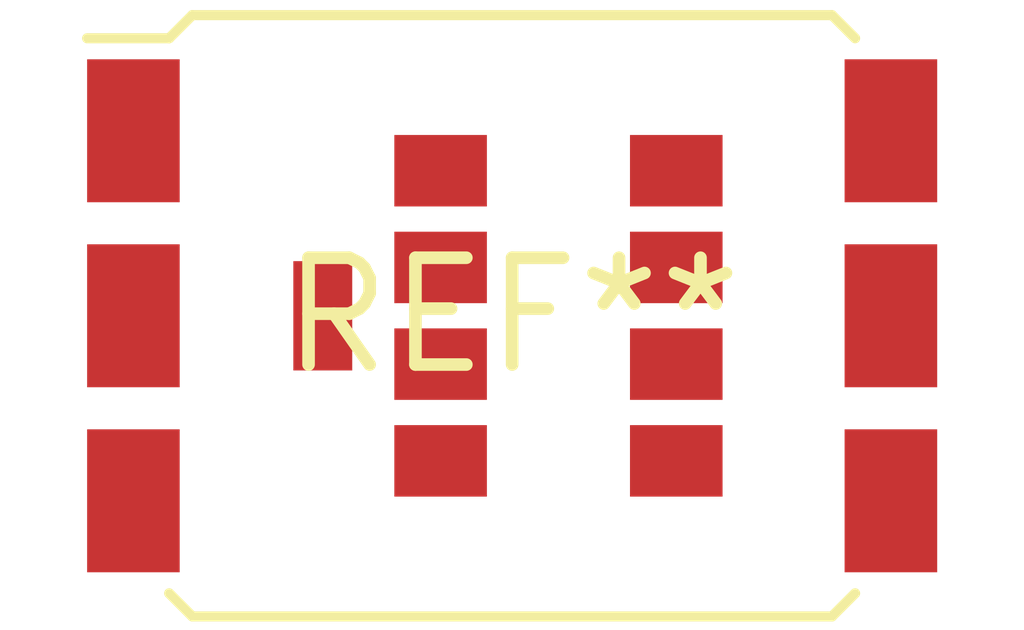
<source format=kicad_pcb>
(kicad_pcb (version 20240108) (generator pcbnew)
  (layers (0 "F.Cu" signal) (31 "B.Cu" signal) (34 "B.Paste" user) (35 "F.Paste" user) (36 "B.SilkS" user "B.Silkscreen") (37 "F.SilkS" user "F.Silkscreen") (38 "B.Mask" user) (39 "F.Mask" user) (44 "Edge.Cuts" user))
  (net 0 "")
  (footprint "DirectFET_L8" (layer "F.Cu") (at 0 0)
    (property "Reference" "REF**")
    (property "Value" "DirectFET_L8")
    (fp_line (start -5.05 -3.3) (end -4.075 -3.3) (layer "F.SilkS") (stroke (width 0.12)))
    (fp_line (start -4.075 -3.3) (end -3.8 -3.575) (layer "F.SilkS") (stroke (width 0.12)))
    (fp_line (start -4.075 3.3) (end -3.8 3.575) (layer "F.SilkS") (stroke (width 0.12)))
    (fp_line (start 3.8 -3.575) (end -3.8 -3.575) (layer "F.SilkS") (stroke (width 0.12)))
    (fp_line (start 3.8 3.575) (end -3.8 3.575) (layer "F.SilkS") (stroke (width 0.12)))
    (fp_line (start 4.075 -3.3) (end 3.8 -3.575) (layer "F.SilkS") (stroke (width 0.12)))
    (fp_line (start 4.075 3.3) (end 3.8 3.575) (layer "F.SilkS") (stroke (width 0.12)))
    (pad "1" smd rect (at -4.5 -2.2) (size 1.1 1.7) (layers "F.Cu" "F.Paste" "F.Mask"))
    (pad "1" smd rect (at -4.5 0) (size 1.1 1.7) (layers "F.Cu" "F.Paste" "F.Mask"))
    (pad "1" smd rect (at -4.5 2.2) (size 1.1 1.7) (layers "F.Cu" "F.Paste" "F.Mask"))
    (pad "1" smd rect (at 4.5 -2.2) (size 1.1 1.7) (layers "F.Cu" "F.Paste" "F.Mask"))
    (pad "1" smd rect (at 4.5 0) (size 1.1 1.7) (layers "F.Cu" "F.Paste" "F.Mask"))
    (pad "1" smd rect (at 4.5 2.2) (size 1.1 1.7) (layers "F.Cu" "F.Paste" "F.Mask"))
    (pad "2" smd rect (at -2.25 0) (size 0.7 1.3) (layers "F.Cu" "F.Paste" "F.Mask"))
    (pad "3" smd rect (at -0.85 -1.725) (size 1.1 0.85) (layers "F.Cu" "F.Paste" "F.Mask"))
    (pad "3" smd rect (at -0.85 -0.575) (size 1.1 0.85) (layers "F.Cu" "F.Paste" "F.Mask"))
    (pad "3" smd rect (at -0.85 0.575) (size 1.1 0.85) (layers "F.Cu" "F.Paste" "F.Mask"))
    (pad "3" smd rect (at -0.85 1.725) (size 1.1 0.85) (layers "F.Cu" "F.Paste" "F.Mask"))
    (pad "3" smd rect (at 1.95 -1.725) (size 1.1 0.85) (layers "F.Cu" "F.Paste" "F.Mask"))
    (pad "3" smd rect (at 1.95 -0.575) (size 1.1 0.85) (layers "F.Cu" "F.Paste" "F.Mask"))
    (pad "3" smd rect (at 1.95 0.575) (size 1.1 0.85) (layers "F.Cu" "F.Paste" "F.Mask"))
    (pad "3" smd rect (at 1.95 1.725) (size 1.1 0.85) (layers "F.Cu" "F.Paste" "F.Mask"))
  )
)
</source>
